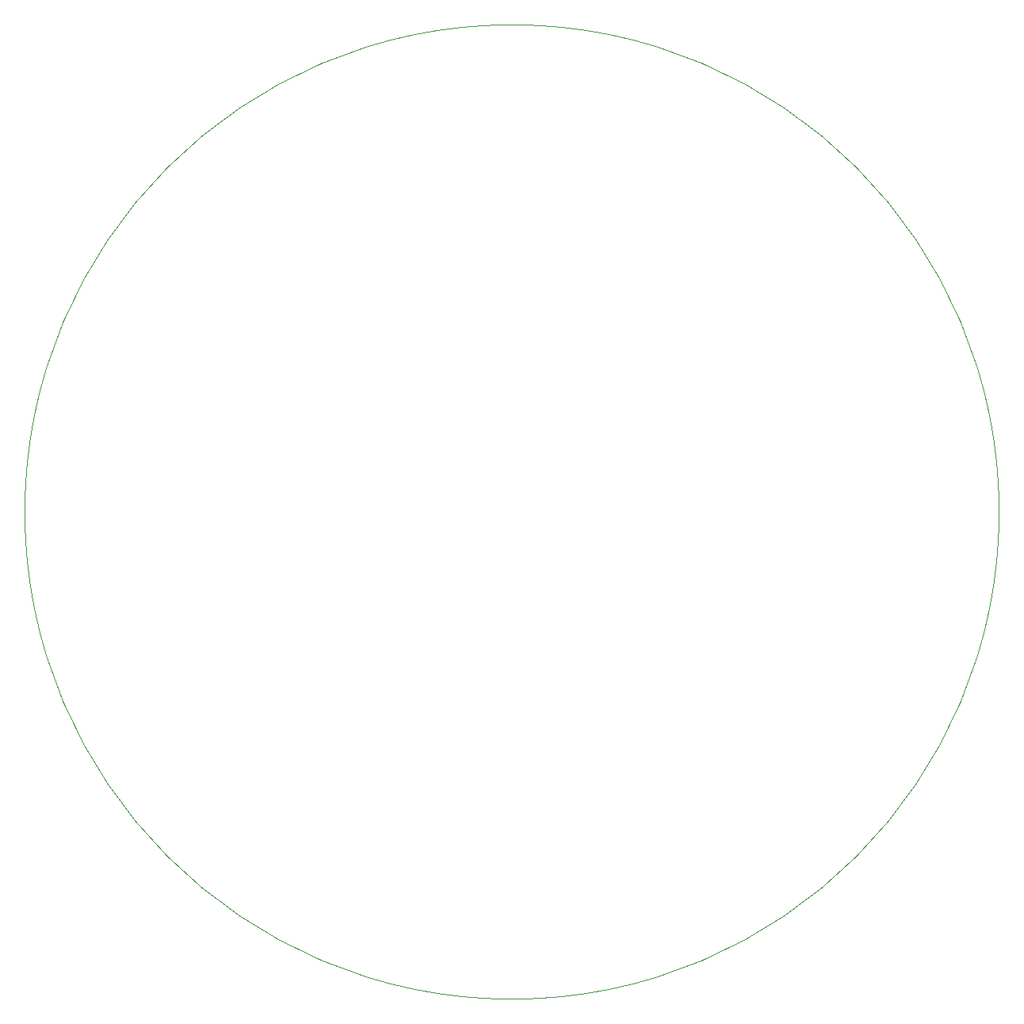
<source format=gm1>
%TF.GenerationSoftware,KiCad,Pcbnew,7.0.9*%
%TF.CreationDate,2024-01-26T12:36:02+01:00*%
%TF.ProjectId,maglev26,6d61676c-6576-4323-962e-6b696361645f,1.0*%
%TF.SameCoordinates,Original*%
%TF.FileFunction,Profile,NP*%
%FSLAX46Y46*%
G04 Gerber Fmt 4.6, Leading zero omitted, Abs format (unit mm)*
G04 Created by KiCad (PCBNEW 7.0.9) date 2024-01-26 12:36:02*
%MOMM*%
%LPD*%
G01*
G04 APERTURE LIST*
%TA.AperFunction,Profile*%
%ADD10C,0.100000*%
%TD*%
G04 APERTURE END LIST*
D10*
X198182500Y-99250000D02*
G75*
G03*
X198182500Y-99250000I-52000000J0D01*
G01*
M02*

</source>
